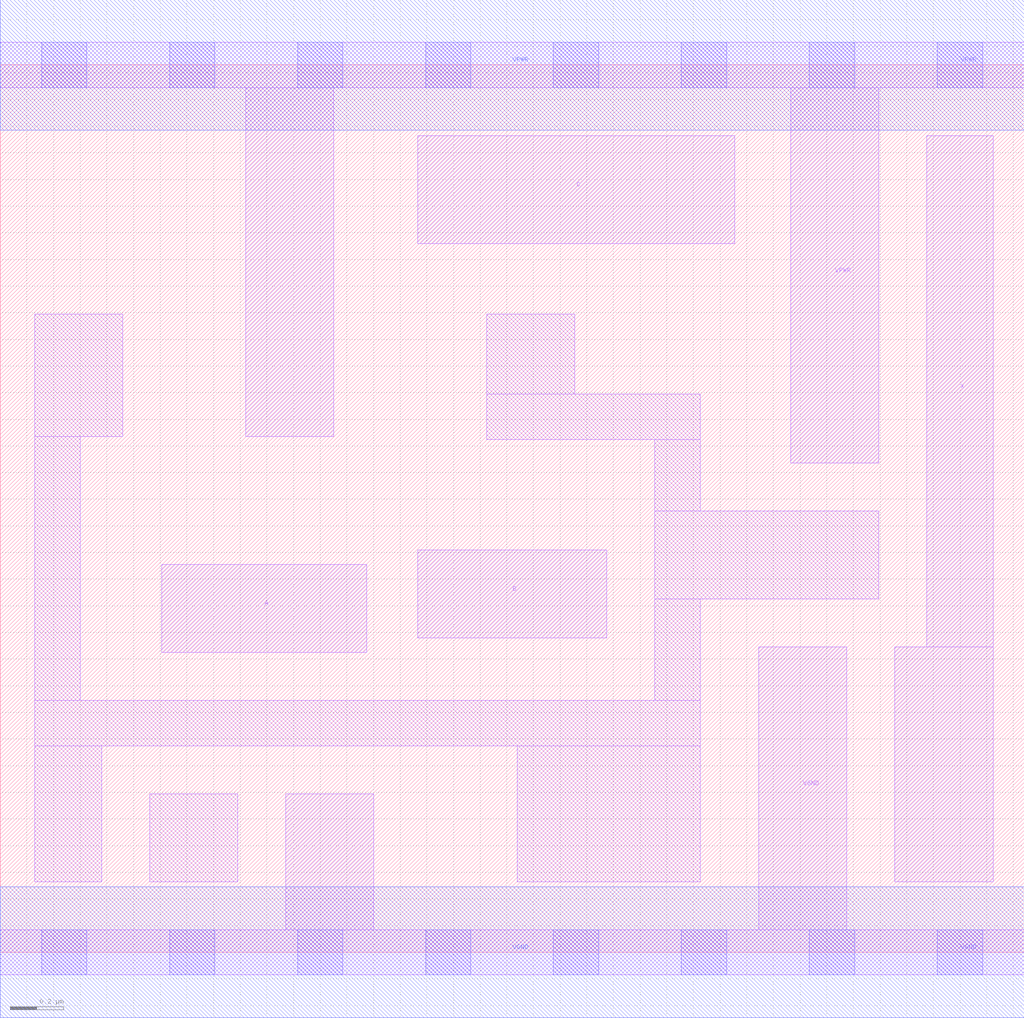
<source format=lef>
# Copyright 2020 The SkyWater PDK Authors
#
# Licensed under the Apache License, Version 2.0 (the "License");
# you may not use this file except in compliance with the License.
# You may obtain a copy of the License at
#
#     https://www.apache.org/licenses/LICENSE-2.0
#
# Unless required by applicable law or agreed to in writing, software
# distributed under the License is distributed on an "AS IS" BASIS,
# WITHOUT WARRANTIES OR CONDITIONS OF ANY KIND, either express or implied.
# See the License for the specific language governing permissions and
# limitations under the License.
#
# SPDX-License-Identifier: Apache-2.0

VERSION 5.7 ;
  NAMESCASESENSITIVE ON ;
  NOWIREEXTENSIONATPIN ON ;
  DIVIDERCHAR "/" ;
  BUSBITCHARS "[]" ;
UNITS
  DATABASE MICRONS 200 ;
END UNITS
MACRO sky130_fd_sc_lp__maj3_1
  CLASS CORE ;
  SOURCE USER ;
  FOREIGN sky130_fd_sc_lp__maj3_1 ;
  ORIGIN  0.000000  0.000000 ;
  SIZE  3.840000 BY  3.330000 ;
  SYMMETRY X Y R90 ;
  SITE unit ;
  PIN A
    ANTENNAGATEAREA  0.252000 ;
    DIRECTION INPUT ;
    USE SIGNAL ;
    PORT
      LAYER li1 ;
        RECT 0.605000 1.125000 1.375000 1.455000 ;
    END
  END A
  PIN B
    ANTENNAGATEAREA  0.252000 ;
    DIRECTION INPUT ;
    USE SIGNAL ;
    PORT
      LAYER li1 ;
        RECT 1.565000 1.180000 2.275000 1.510000 ;
    END
  END B
  PIN C
    ANTENNAGATEAREA  0.252000 ;
    DIRECTION INPUT ;
    USE SIGNAL ;
    PORT
      LAYER li1 ;
        RECT 1.565000 2.660000 2.755000 3.065000 ;
    END
  END C
  PIN X
    ANTENNADIFFAREA  0.598500 ;
    DIRECTION OUTPUT ;
    USE SIGNAL ;
    PORT
      LAYER li1 ;
        RECT 3.355000 0.265000 3.725000 1.145000 ;
        RECT 3.475000 1.145000 3.725000 3.065000 ;
    END
  END X
  PIN VGND
    DIRECTION INOUT ;
    USE GROUND ;
    PORT
      LAYER li1 ;
        RECT 0.000000 -0.085000 3.840000 0.085000 ;
        RECT 1.070000  0.085000 1.400000 0.595000 ;
        RECT 2.845000  0.085000 3.175000 1.145000 ;
      LAYER mcon ;
        RECT 0.155000 -0.085000 0.325000 0.085000 ;
        RECT 0.635000 -0.085000 0.805000 0.085000 ;
        RECT 1.115000 -0.085000 1.285000 0.085000 ;
        RECT 1.595000 -0.085000 1.765000 0.085000 ;
        RECT 2.075000 -0.085000 2.245000 0.085000 ;
        RECT 2.555000 -0.085000 2.725000 0.085000 ;
        RECT 3.035000 -0.085000 3.205000 0.085000 ;
        RECT 3.515000 -0.085000 3.685000 0.085000 ;
      LAYER met1 ;
        RECT 0.000000 -0.245000 3.840000 0.245000 ;
    END
  END VGND
  PIN VPWR
    DIRECTION INOUT ;
    USE POWER ;
    PORT
      LAYER li1 ;
        RECT 0.000000 3.245000 3.840000 3.415000 ;
        RECT 0.920000 1.935000 1.250000 3.245000 ;
        RECT 2.965000 1.835000 3.295000 3.245000 ;
      LAYER mcon ;
        RECT 0.155000 3.245000 0.325000 3.415000 ;
        RECT 0.635000 3.245000 0.805000 3.415000 ;
        RECT 1.115000 3.245000 1.285000 3.415000 ;
        RECT 1.595000 3.245000 1.765000 3.415000 ;
        RECT 2.075000 3.245000 2.245000 3.415000 ;
        RECT 2.555000 3.245000 2.725000 3.415000 ;
        RECT 3.035000 3.245000 3.205000 3.415000 ;
        RECT 3.515000 3.245000 3.685000 3.415000 ;
      LAYER met1 ;
        RECT 0.000000 3.085000 3.840000 3.575000 ;
    END
  END VPWR
  OBS
    LAYER li1 ;
      RECT 0.130000 0.265000 0.380000 0.775000 ;
      RECT 0.130000 0.775000 2.625000 0.945000 ;
      RECT 0.130000 0.945000 0.300000 1.935000 ;
      RECT 0.130000 1.935000 0.460000 2.395000 ;
      RECT 0.560000 0.265000 0.890000 0.595000 ;
      RECT 1.825000 1.925000 2.625000 2.095000 ;
      RECT 1.825000 2.095000 2.155000 2.395000 ;
      RECT 1.940000 0.265000 2.625000 0.775000 ;
      RECT 2.455000 0.945000 2.625000 1.325000 ;
      RECT 2.455000 1.325000 3.295000 1.655000 ;
      RECT 2.455000 1.655000 2.625000 1.925000 ;
  END
END sky130_fd_sc_lp__maj3_1

</source>
